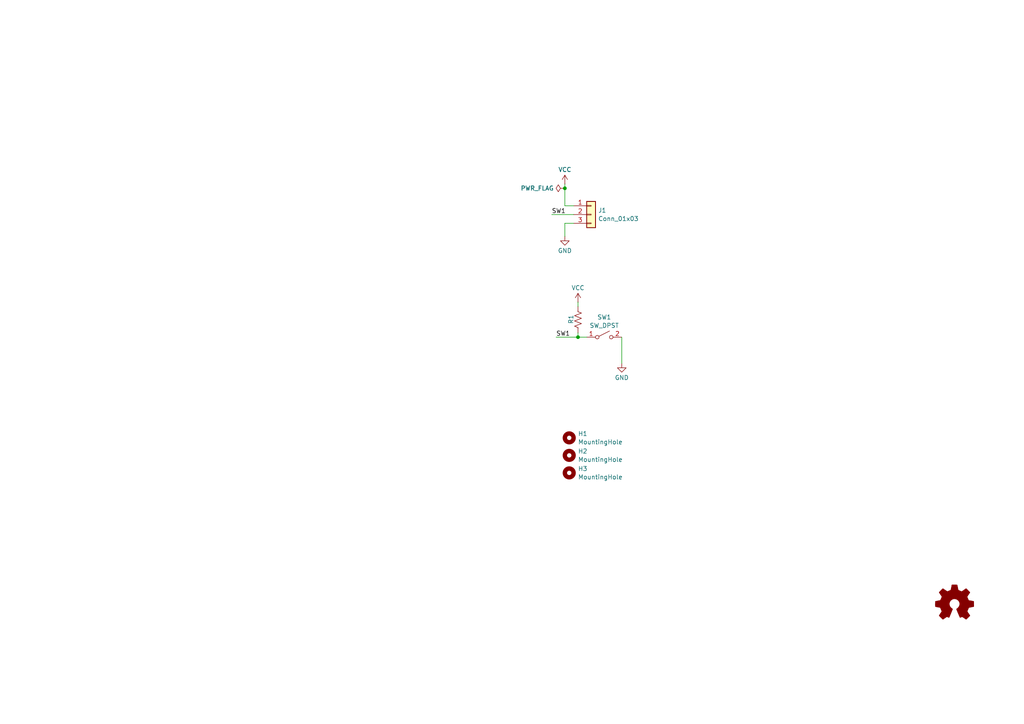
<source format=kicad_sch>
(kicad_sch (version 20250114) (generator "eeschema") (generator_version "9.0")
  (paper "A4")
  (lib_symbols
    (symbol "Connector_Generic:Conn_01x03" (pin_names (offset 1.016) (hide yes))
      (property "Reference" "J" (at 0 5.08 0))
      (property "Value" "Conn_01x03" (at 0 -5.08 0))
      (symbol "Conn_01x03_1_1"
        (rectangle (start -1.27 3.81) (end 1.27 -3.81) (stroke (width 0.254)) (fill (type background)))
        (rectangle (start -1.27 2.667) (end 0 2.413) (stroke (width 0.1524)))
        (rectangle (start -1.27 0.127) (end 0 -0.127) (stroke (width 0.1524)))
        (rectangle (start -1.27 -2.413) (end 0 -2.667) (stroke (width 0.1524)))
        (pin passive line (at -5.08 2.54 0) (length 3.81) (name "Pin_1") (number "1"))
        (pin passive line (at -5.08 0 0) (length 3.81) (name "Pin_2") (number "2"))
        (pin passive line (at -5.08 -2.54 0) (length 3.81) (name "Pin_3") (number "3"))
      )
    )
    (symbol "Device:R_US" (pin_numbers (hide yes)) (pin_names (offset 0))
      (property "Reference" "R" (at 2.54 0 90))
      (property "Value" "R_US" (at -2.54 0 90))
      (symbol "R_US_0_1"
        (polyline (pts (xy 0 2.286) (xy 0 2.54)))
        (polyline (pts (xy 0 2.286) (xy 1.016 1.905) (xy 0 1.524) (xy -1.016 1.143) (xy 0 0.762)))
        (polyline (pts (xy 0 0.762) (xy 1.016 0.381) (xy 0 0) (xy -1.016 -0.381) (xy 0 -0.762)))
        (polyline (pts (xy 0 -0.762) (xy 1.016 -1.143) (xy 0 -1.524) (xy -1.016 -1.905) (xy 0 -2.286)))
        (polyline (pts (xy 0 -2.286) (xy 0 -2.54)))
      )
      (symbol "R_US_1_1"
        (pin passive line (at 0 3.81 270) (length 1.27) (name "~") (number "1"))
        (pin passive line (at 0 -3.81 90) (length 1.27) (name "~") (number "2"))
      )
    )
    (symbol "Graphic:Logo_Open_Hardware_Small" (in_bom no) (on_board no)
      (symbol "Logo_Open_Hardware_Small_0_1"
        (polyline (pts (xy 3.3528 -4.3434) (xy 3.302 -4.318) (xy 3.175 -4.2418) (xy 2.9972 -4.1148) (xy 2.7686 -3.9624) (xy 2.54 -3.81) (xy 2.3622 -3.7084) (xy 2.2352 -3.6068) (xy 2.1844 -3.5814) (xy 2.159 -3.6068) (xy 2.0574 -3.6576) (xy 1.905 -3.7338) (xy 1.8034 -3.7846) (xy 1.6764 -3.8354) (xy 1.6002 -3.8354) (xy 1.6002 -3.8354) (xy 1.5494 -3.7338) (xy 1.4732 -3.5306) (xy 1.3462 -3.302) (xy 1.2446 -3.0226) (xy 1.1176 -2.7178) (xy 0.9652 -2.413) (xy 0.8636 -2.1082) (xy 0.7366 -1.8288) (xy 0.6604 -1.6256) (xy 0.6096 -1.4732) (xy 0.5842 -1.397) (xy 0.5842 -1.397) (xy 0.6604 -1.3208) (xy 0.7874 -1.2446) (xy 1.0414 -1.016) (xy 1.2954 -0.6858) (xy 1.4478 -0.3302) (xy 1.524 0.0762) (xy 1.4732 0.4572) (xy 1.3208 0.8128) (xy 1.0668 1.143) (xy 0.762 1.3716) (xy 0.4064 1.524) (xy 0 1.5748) (xy -0.381 1.5494) (xy -0.7366 1.397) (xy -1.0668 1.143) (xy -1.2192 0.9906) (xy -1.397 0.6604) (xy -1.524 0.3048) (xy -1.524 0.2286) (xy -1.4986 -0.1778) (xy -1.397 -0.5334) (xy -1.1938 -0.8636) (xy -0.9144 -1.143) (xy -0.8636 -1.1684) (xy -0.7366 -1.27) (xy -0.635 -1.3462) (xy -0.5842 -1.397) (xy -1.0668 -2.5908) (xy -1.143 -2.794) (xy -1.2954 -3.1242) (xy -1.397 -3.4036) (xy -1.4986 -3.6322) (xy -1.5748 -3.7846) (xy -1.6002 -3.8354) (xy -1.6002 -3.8354) (xy -1.651 -3.8354) (xy -1.7272 -3.81) (xy -1.905 -3.7338) (xy -2.0066 -3.683) (xy -2.1336 -3.6068) (xy -2.2098 -3.5814) (xy -2.2606 -3.6068) (xy -2.3622 -3.683) (xy -2.54 -3.81) (xy -2.7686 -3.9624) (xy -2.9718 -4.0894) (xy -3.1496 -4.2164) (xy -3.302 -4.318) (xy -3.3528 -4.3434) (xy -3.3782 -4.3434) (xy -3.429 -4.318) (xy -3.5306 -4.2164) (xy -3.7084 -4.064) (xy -3.937 -3.8354) (xy -3.9624 -3.81) (xy -4.1656 -3.6068) (xy -4.318 -3.4544) (xy -4.4196 -3.3274) (xy -4.445 -3.2766) (xy -4.445 -3.2766) (xy -4.4196 -3.2258) (xy -4.318 -3.0734) (xy -4.2164 -2.8956) (xy -4.064 -2.667) (xy -3.6576 -2.0828) (xy -3.8862 -1.5494) (xy -3.937 -1.3716) (xy -4.0386 -1.1684) (xy -4.0894 -1.0414) (xy -4.1148 -0.9652) (xy -4.191 -0.9398) (xy -4.318 -0.9144) (xy -4.5466 -0.8636) (xy -4.8006 -0.8128) (xy -5.0546 -0.7874) (xy -5.2578 -0.7366) (xy -5.4356 -0.7112) (xy -5.5118 -0.6858) (xy -5.5118 -0.6858) (xy -5.5372 -0.635) (xy -5.5372 -0.5588) (xy -5.5372 -0.4318) (xy -5.5626 -0.2286) (xy -5.5626 0.0762) (xy -5.5626 0.127) (xy -5.5372 0.4064) (xy -5.5372 0.635) (xy -5.5372 0.762) (xy -5.5372 0.8382) (xy -5.5372 0.8382) (xy -5.461 0.8382) (xy -5.3086 0.889) (xy -5.08 0.9144) (xy -4.826 0.9652) (xy -4.8006 0.9906) (xy -4.5466 1.0414) (xy -4.318 1.0668) (xy -4.1656 1.1176) (xy -4.0894 1.143) (xy -4.0894 1.143) (xy -4.0386 1.2446) (xy -3.9624 1.4224) (xy -3.8608 1.6256) (xy -3.7846 1.8288) (xy -3.7084 2.0066) (xy -3.6576 2.159) (xy -3.6322 2.2098) (xy -3.6322 2.2098) (xy -3.683 2.286) (xy -3.7592 2.413) (xy -3.8862 2.5908) (xy -4.064 2.8194) (xy -4.064 2.8448) (xy -4.2164 3.0734) (xy -4.3434 3.2512) (xy -4.4196 3.3782) (xy -4.445 3.4544) (xy -4.445 3.4544) (xy -4.3942 3.5052) (xy -4.2926 3.6322) (xy -4.1148 3.81) (xy -3.937 4.0132) (xy -3.8608 4.064) (xy -3.6576 4.2926) (xy -3.5052 4.4196) (xy -3.4036 4.4958) (xy -3.3528 4.5212) (xy -3.3528 4.5212) (xy -3.302 4.4704) (xy -3.1496 4.3688) (xy -2.9718 4.2418) (xy -2.7432 4.0894) (xy -2.7178 4.0894) (xy -2.4892 3.937) (xy -2.3114 3.81) (xy -2.1844 3.7084) (xy -2.1336 3.683) (xy -2.1082 3.683) (xy -2.032 3.7084) (xy -1.8542 3.7592) (xy -1.6764 3.8354) (xy -1.4732 3.937) (xy -1.27 4.0132) (xy -1.143 4.064) (xy -1.0668 4.1148) (xy -1.0668 4.1148) (xy -1.0414 4.191) (xy -1.016 4.3434) (xy -0.9652 4.572) (xy -0.9144 4.8514) (xy -0.889 4.9022) (xy -0.8382 5.1562) (xy -0.8128 5.3848) (xy -0.7874 5.5372) (xy -0.762 5.588) (xy -0.7112 5.6134) (xy -0.5842 5.6134) (xy -0.4064 5.6134) (xy -0.1524 5.6134) (xy 0.0762 5.6134) (xy 0.3302 5.6134) (xy 0.5334 5.6134) (xy 0.6858 5.588) (xy 0.7366 5.588) (xy 0.7366 5.588) (xy 0.762 5.5118) (xy 0.8128 5.334) (xy 0.8382 5.1054) (xy 0.9144 4.826) (xy 0.9144 4.7752) (xy 0.9652 4.5212) (xy 1.016 4.2926) (xy 1.0414 4.1402) (xy 1.0668 4.0894) (xy 1.0668 4.0894) (xy 1.1938 4.0386) (xy 1.3716 3.9624) (xy 1.5748 3.8608) (xy 2.0828 3.6576) (xy 2.7178 4.0894) (xy 2.7686 4.1402) (xy 2.9972 4.2926) (xy 3.175 4.4196) (xy 3.302 4.4958) (xy 3.3782 4.5212) (xy 3.3782 4.5212) (xy 3.429 4.4704) (xy 3.556 4.3434) (xy 3.7338 4.191) (xy 3.9116 3.9878) (xy 4.064 3.8354) (xy 4.2418 3.6576) (xy 4.3434 3.556) (xy 4.4196 3.4798) (xy 4.4196 3.429) (xy 4.4196 3.4036) (xy 4.3942 3.3274) (xy 4.2926 3.2004) (xy 4.1656 2.9972) (xy 4.0132 2.794) (xy 3.8862 2.5908) (xy 3.7592 2.3876) (xy 3.6576 2.2352) (xy 3.6322 2.159) (xy 3.6322 2.1336) (xy 3.683 2.0066) (xy 3.7592 1.8288) (xy 3.8608 1.6002) (xy 4.064 1.1176) (xy 4.3942 1.0414) (xy 4.5974 1.016) (xy 4.8768 0.9652) (xy 5.1308 0.9144) (xy 5.5372 0.8382) (xy 5.5626 -0.6604) (xy 5.4864 -0.6858) (xy 5.4356 -0.6858) (xy 5.2832 -0.7366) (xy 5.0546 -0.762) (xy 4.8006 -0.8128) (xy 4.5974 -0.8636) (xy 4.3688 -0.9144) (xy 4.2164 -0.9398) (xy 4.1402 -0.9398) (xy 4.1148 -0.9652) (xy 4.064 -1.0668) (xy 3.9878 -1.2446) (xy 3.9116 -1.4478) (xy 3.81 -1.651) (xy 3.7338 -1.8542) (xy 3.683 -2.0066) (xy 3.6576 -2.0828) (xy 3.683 -2.1336) (xy 3.7846 -2.2606) (xy 3.8862 -2.4638) (xy 4.0386 -2.667) (xy 4.191 -2.8956) (xy 4.318 -3.0734) (xy 4.3942 -3.2004) (xy 4.445 -3.2766) (xy 4.4196 -3.3274) (xy 4.3434 -3.429) (xy 4.1656 -3.5814) (xy 3.937 -3.8354) (xy 3.8862 -3.8608) (xy 3.683 -4.064) (xy 3.5306 -4.2164) (xy 3.4036 -4.318) (xy 3.3528 -4.3434)) (fill (type outline)))
      )
    )
    (symbol "Mechanical:MountingHole" (pin_names (offset 1.016)) (in_bom no)
      (property "Reference" "H" (at 0 5.08 0))
      (property "Value" "MountingHole" (at 0 3.175 0))
      (symbol "MountingHole_0_1"
        (circle (center 0 0) (radius 1.27) (stroke (width 1.27)))
      )
    )
    (symbol "Switch:SW_SPST" (pin_names (offset 0) (hide yes))
      (property "Reference" "SW" (at 0 3.175 0))
      (property "Value" "SW_SPST" (at 0 -2.54 0))
      (symbol "SW_SPST_0_0"
        (circle (center -2.032 0) (radius 0.508))
        (polyline (pts (xy -1.524 0.254) (xy 1.524 1.778)))
        (circle (center 2.032 0) (radius 0.508))
      )
      (symbol "SW_SPST_1_1"
        (pin passive line (at -5.08 0 0) (length 2.54) (name "A") (number "1"))
        (pin passive line (at 5.08 0 180) (length 2.54) (name "B") (number "2"))
      )
    )
    (symbol "power:GND" (power) (pin_numbers (hide yes)) (pin_names (offset 0) (hide yes))
      (property "Value" "GND" (at 0 -3.81 0))
      (symbol "GND_0_1"
        (polyline (pts (xy 0 0) (xy 0 -1.27) (xy 1.27 -1.27) (xy 0 -2.54) (xy -1.27 -1.27) (xy 0 -1.27)))
      )
      (symbol "GND_1_1"
        (pin power_in line (at 0 0 270) (length 0) (name "~") (number "1"))
      )
    )
    (symbol "power:PWR_FLAG" (power) (pin_numbers (hide yes)) (pin_names (offset 0) (hide yes))
      (property "Value" "PWR_FLAG" (at 0 3.81 0))
      (symbol "PWR_FLAG_0_0"
        (pin power_out line (at 0 0 90) (length 0) (name "~") (number "1"))
      )
      (symbol "PWR_FLAG_0_1"
        (polyline (pts (xy 0 0) (xy 0 1.27) (xy -1.016 1.905) (xy 0 2.54) (xy 1.016 1.905) (xy 0 1.27)))
      )
    )
    (symbol "power:VCC" (power) (pin_numbers (hide yes)) (pin_names (offset 0) (hide yes))
      (property "Value" "VCC" (at 0 3.556 0))
      (symbol "VCC_0_1"
        (polyline (pts (xy -0.762 1.27) (xy 0 2.54)))
        (polyline (pts (xy 0 2.54) (xy 0.762 1.27)))
        (polyline (pts (xy 0 0) (xy 0 2.54)))
      )
      (symbol "VCC_1_1"
        (pin power_in line (at 0 0 90) (length 0) (name "~") (number "1"))
      )
    )
  )
  (junction (at 167.64 97.79))
  (junction (at 163.83 54.61))
  (wire (pts (xy 163.83 53.34) (xy 163.83 54.61)))
  (wire (pts (xy 167.64 97.79) (xy 170.18 97.79)))
  (wire (pts (xy 166.37 59.69) (xy 163.83 59.69)))
  (wire (pts (xy 161.29 97.79) (xy 167.64 97.79)))
  (wire (pts (xy 166.37 64.77) (xy 163.83 64.77)))
  (wire (pts (xy 180.34 97.79) (xy 180.34 105.41)))
  (wire (pts (xy 167.64 87.63) (xy 167.64 88.9)))
  (wire (pts (xy 167.64 96.52) (xy 167.64 97.79)))
  (wire (pts (xy 160.02 62.23) (xy 166.37 62.23)))
  (wire (pts (xy 163.83 59.69) (xy 163.83 54.61)))
  (wire (pts (xy 163.83 64.77) (xy 163.83 68.58)))
  (label "SW1" (at 161.29 97.79 0))
  (label "SW1" (at 160.02 62.23 0))
  (symbol (lib_id "Connector_Generic:Conn_01x03") (at 171.45 62.23 0) (unit 1)
    (property "Reference" "J1" (at 173.482 61.0178 0) (effects (justify left)))
    (property "Value" "Conn_01x03" (at 173.482 63.4421 0) (effects (justify left)))
    (property "Footprint" "Connector_JST:JST_PH_S3B-PH-K_1x03_P2.00mm_Horizontal" (effects (hide yes)))
    (property "Description" "Generic connector, single row, 01x03, script generated (kicad-library-utils/schlib/autogen/connector/)" (effects (hide yes)))
  )
  (symbol (lib_id "Mechanical:MountingHole") (at 165.1 127 0) (unit 1) (in_bom no)
    (property "Reference" "H1" (at 167.64 125.7878 0) (effects (justify left)))
    (property "Value" "MountingHole" (at 167.64 128.2121 0) (effects (justify left)))
    (property "Footprint" "MountingHole:MountingHole_2.2mm_M2" (effects (hide yes)))
    (property "Description" "Mounting Hole without connection" (effects (hide yes)))
  )
  (symbol (lib_id "Mechanical:MountingHole") (at 165.1 137.16 0) (unit 1) (in_bom no)
    (property "Reference" "H3" (at 167.64 135.9478 0) (effects (justify left)))
    (property "Value" "MountingHole" (at 167.64 138.3721 0) (effects (justify left)))
    (property "Footprint" "MountingHole:MountingHole_2.2mm_M2" (effects (hide yes)))
    (property "Description" "Mounting Hole without connection" (effects (hide yes)))
  )
  (symbol (lib_id "Graphic:Logo_Open_Hardware_Small") (at 276.86 175.26 0) (unit 1) (exclude_from_sim yes) (in_bom no)
    (property "Reference" "SYM1" (effects (hide yes)))
    (property "Value" "Logo_Open_Hardware_Small" (effects (hide yes)))
    (property "Footprint" "Symbol:OSHW-Logo2_7.3x6mm_Copper" (effects (hide yes)))
    (property "Description" "Open Hardware logo, small" (effects (hide yes)))
  )
  (symbol (lib_id "power:VCC") (at 167.64 87.63 0) (unit 1)
    (property "Reference" "#PWR01" (effects (hide yes)))
    (property "Value" "VCC" (at 167.64 83.4969 0))
    (property "Description" "Power symbol creates a global label with name \"VCC\"" (effects (hide yes)))
  )
  (symbol (lib_id "Switch:SW_SPST") (at 175.26 97.79 0) (unit 1)
    (property "Reference" "SW1" (at 175.26 91.9945 0))
    (property "Value" "SW_DPST" (at 175.26 94.4188 0))
    (property "Footprint" "PCM_Switch_Keyboard_Hotswap_Kailh:SW_Hotswap_Kailh_MX_1.00u" (effects (hide yes)))
    (property "Description" "Single Pole Single Throw (SPST) switch" (effects (hide yes)))
  )
  (symbol (lib_id "Mechanical:MountingHole") (at 165.1 132.08 0) (unit 1) (in_bom no)
    (property "Reference" "H2" (at 167.64 130.8678 0) (effects (justify left)))
    (property "Value" "MountingHole" (at 167.64 133.2921 0) (effects (justify left)))
    (property "Footprint" "MountingHole:MountingHole_2.2mm_M2" (effects (hide yes)))
    (property "Description" "Mounting Hole without connection" (effects (hide yes)))
  )
  (symbol (lib_id "power:VCC") (at 163.83 53.34 0) (unit 1)
    (property "Reference" "#PWR03" (effects (hide yes)))
    (property "Value" "VCC" (at 163.83 49.2069 0))
    (property "Description" "Power symbol creates a global label with name \"VCC\"" (effects (hide yes)))
  )
  (symbol (lib_id "Device:R_US") (at 167.64 92.71 0) (unit 1)
    (property "Reference" "R1" (at 165.608 93.98 90) (effects (justify left)))
    (property "Value" "R_US" (effects (hide yes)))
    (property "Footprint" "Resistor_SMD:R_0805_2012Metric_Pad1.20x1.40mm_HandSolder" (effects (hide yes)))
    (property "Description" "Resistor, US symbol" (effects (hide yes)))
  )
  (symbol (lib_id "power:PWR_FLAG") (at 163.83 54.61 90) (unit 1)
    (property "Reference" "#FLG02" (effects (hide yes)))
    (property "Value" "PWR_FLAG" (at 160.6551 54.61 90) (effects (justify left)))
    (property "Description" "Special symbol for telling ERC where power comes from" (effects (hide yes)))
  )
  (symbol (lib_id "power:GND") (at 180.34 105.41 0) (unit 1)
    (property "Reference" "#PWR02" (effects (hide yes)))
    (property "Value" "GND" (at 180.34 109.5431 0))
    (property "Description" "Power symbol creates a global label with name \"GND\" , ground" (effects (hide yes)))
  )
  (symbol (lib_id "power:GND") (at 163.83 68.58 0) (unit 1)
    (property "Reference" "#PWR04" (effects (hide yes)))
    (property "Value" "GND" (at 163.83 72.7131 0))
    (property "Description" "Power symbol creates a global label with name \"GND\" , ground" (effects (hide yes)))
  )
)
</source>
